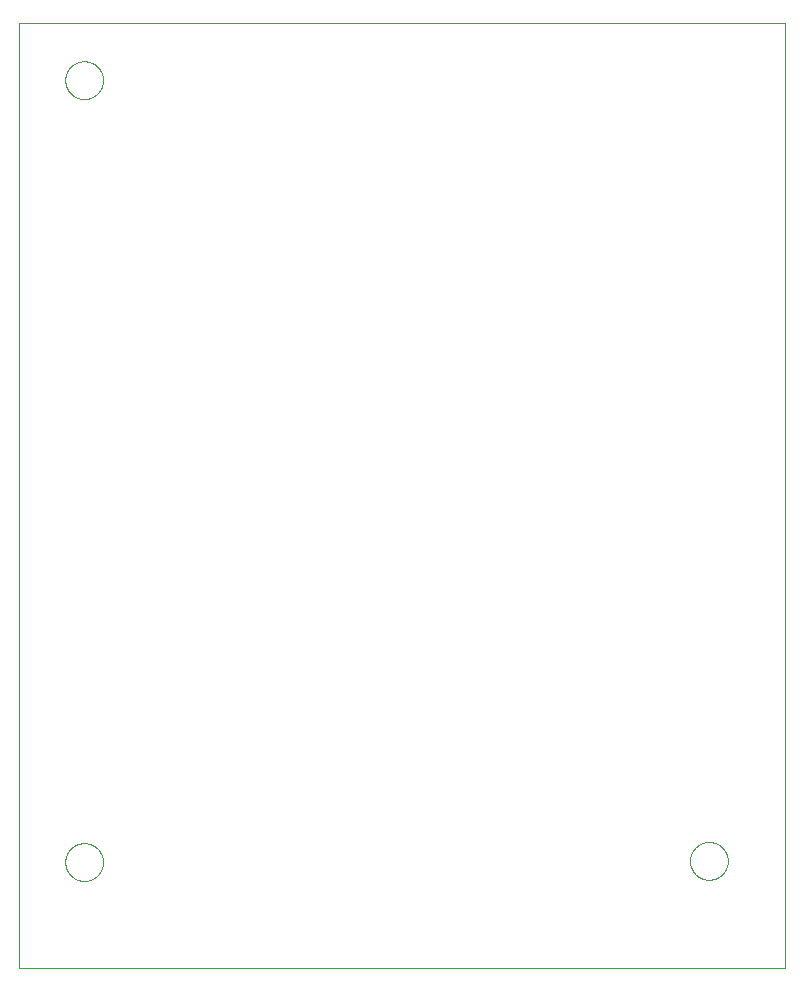
<source format=gbr>
G75*
%MOIN*%
%OFA0B0*%
%FSLAX25Y25*%
%IPPOS*%
%LPD*%
%AMOC8*
5,1,8,0,0,1.08239X$1,22.5*
%
%ADD10C,0.00000*%
D10*
X0045321Y0001000D02*
X0045321Y0315961D01*
X0300557Y0315961D01*
X0300557Y0001000D01*
X0045321Y0001000D01*
X0060676Y0036433D02*
X0060678Y0036591D01*
X0060684Y0036749D01*
X0060694Y0036907D01*
X0060708Y0037065D01*
X0060726Y0037222D01*
X0060747Y0037379D01*
X0060773Y0037535D01*
X0060803Y0037691D01*
X0060836Y0037846D01*
X0060874Y0037999D01*
X0060915Y0038152D01*
X0060960Y0038304D01*
X0061009Y0038455D01*
X0061062Y0038604D01*
X0061118Y0038752D01*
X0061178Y0038898D01*
X0061242Y0039043D01*
X0061310Y0039186D01*
X0061381Y0039328D01*
X0061455Y0039468D01*
X0061533Y0039605D01*
X0061615Y0039741D01*
X0061699Y0039875D01*
X0061788Y0040006D01*
X0061879Y0040135D01*
X0061974Y0040262D01*
X0062071Y0040387D01*
X0062172Y0040509D01*
X0062276Y0040628D01*
X0062383Y0040745D01*
X0062493Y0040859D01*
X0062606Y0040970D01*
X0062721Y0041079D01*
X0062839Y0041184D01*
X0062960Y0041286D01*
X0063083Y0041386D01*
X0063209Y0041482D01*
X0063337Y0041575D01*
X0063467Y0041665D01*
X0063600Y0041751D01*
X0063735Y0041835D01*
X0063871Y0041914D01*
X0064010Y0041991D01*
X0064151Y0042063D01*
X0064293Y0042133D01*
X0064437Y0042198D01*
X0064583Y0042260D01*
X0064730Y0042318D01*
X0064879Y0042373D01*
X0065029Y0042424D01*
X0065180Y0042471D01*
X0065332Y0042514D01*
X0065485Y0042553D01*
X0065640Y0042589D01*
X0065795Y0042620D01*
X0065951Y0042648D01*
X0066107Y0042672D01*
X0066264Y0042692D01*
X0066422Y0042708D01*
X0066579Y0042720D01*
X0066738Y0042728D01*
X0066896Y0042732D01*
X0067054Y0042732D01*
X0067212Y0042728D01*
X0067371Y0042720D01*
X0067528Y0042708D01*
X0067686Y0042692D01*
X0067843Y0042672D01*
X0067999Y0042648D01*
X0068155Y0042620D01*
X0068310Y0042589D01*
X0068465Y0042553D01*
X0068618Y0042514D01*
X0068770Y0042471D01*
X0068921Y0042424D01*
X0069071Y0042373D01*
X0069220Y0042318D01*
X0069367Y0042260D01*
X0069513Y0042198D01*
X0069657Y0042133D01*
X0069799Y0042063D01*
X0069940Y0041991D01*
X0070079Y0041914D01*
X0070215Y0041835D01*
X0070350Y0041751D01*
X0070483Y0041665D01*
X0070613Y0041575D01*
X0070741Y0041482D01*
X0070867Y0041386D01*
X0070990Y0041286D01*
X0071111Y0041184D01*
X0071229Y0041079D01*
X0071344Y0040970D01*
X0071457Y0040859D01*
X0071567Y0040745D01*
X0071674Y0040628D01*
X0071778Y0040509D01*
X0071879Y0040387D01*
X0071976Y0040262D01*
X0072071Y0040135D01*
X0072162Y0040006D01*
X0072251Y0039875D01*
X0072335Y0039741D01*
X0072417Y0039605D01*
X0072495Y0039468D01*
X0072569Y0039328D01*
X0072640Y0039186D01*
X0072708Y0039043D01*
X0072772Y0038898D01*
X0072832Y0038752D01*
X0072888Y0038604D01*
X0072941Y0038455D01*
X0072990Y0038304D01*
X0073035Y0038152D01*
X0073076Y0037999D01*
X0073114Y0037846D01*
X0073147Y0037691D01*
X0073177Y0037535D01*
X0073203Y0037379D01*
X0073224Y0037222D01*
X0073242Y0037065D01*
X0073256Y0036907D01*
X0073266Y0036749D01*
X0073272Y0036591D01*
X0073274Y0036433D01*
X0073272Y0036275D01*
X0073266Y0036117D01*
X0073256Y0035959D01*
X0073242Y0035801D01*
X0073224Y0035644D01*
X0073203Y0035487D01*
X0073177Y0035331D01*
X0073147Y0035175D01*
X0073114Y0035020D01*
X0073076Y0034867D01*
X0073035Y0034714D01*
X0072990Y0034562D01*
X0072941Y0034411D01*
X0072888Y0034262D01*
X0072832Y0034114D01*
X0072772Y0033968D01*
X0072708Y0033823D01*
X0072640Y0033680D01*
X0072569Y0033538D01*
X0072495Y0033398D01*
X0072417Y0033261D01*
X0072335Y0033125D01*
X0072251Y0032991D01*
X0072162Y0032860D01*
X0072071Y0032731D01*
X0071976Y0032604D01*
X0071879Y0032479D01*
X0071778Y0032357D01*
X0071674Y0032238D01*
X0071567Y0032121D01*
X0071457Y0032007D01*
X0071344Y0031896D01*
X0071229Y0031787D01*
X0071111Y0031682D01*
X0070990Y0031580D01*
X0070867Y0031480D01*
X0070741Y0031384D01*
X0070613Y0031291D01*
X0070483Y0031201D01*
X0070350Y0031115D01*
X0070215Y0031031D01*
X0070079Y0030952D01*
X0069940Y0030875D01*
X0069799Y0030803D01*
X0069657Y0030733D01*
X0069513Y0030668D01*
X0069367Y0030606D01*
X0069220Y0030548D01*
X0069071Y0030493D01*
X0068921Y0030442D01*
X0068770Y0030395D01*
X0068618Y0030352D01*
X0068465Y0030313D01*
X0068310Y0030277D01*
X0068155Y0030246D01*
X0067999Y0030218D01*
X0067843Y0030194D01*
X0067686Y0030174D01*
X0067528Y0030158D01*
X0067371Y0030146D01*
X0067212Y0030138D01*
X0067054Y0030134D01*
X0066896Y0030134D01*
X0066738Y0030138D01*
X0066579Y0030146D01*
X0066422Y0030158D01*
X0066264Y0030174D01*
X0066107Y0030194D01*
X0065951Y0030218D01*
X0065795Y0030246D01*
X0065640Y0030277D01*
X0065485Y0030313D01*
X0065332Y0030352D01*
X0065180Y0030395D01*
X0065029Y0030442D01*
X0064879Y0030493D01*
X0064730Y0030548D01*
X0064583Y0030606D01*
X0064437Y0030668D01*
X0064293Y0030733D01*
X0064151Y0030803D01*
X0064010Y0030875D01*
X0063871Y0030952D01*
X0063735Y0031031D01*
X0063600Y0031115D01*
X0063467Y0031201D01*
X0063337Y0031291D01*
X0063209Y0031384D01*
X0063083Y0031480D01*
X0062960Y0031580D01*
X0062839Y0031682D01*
X0062721Y0031787D01*
X0062606Y0031896D01*
X0062493Y0032007D01*
X0062383Y0032121D01*
X0062276Y0032238D01*
X0062172Y0032357D01*
X0062071Y0032479D01*
X0061974Y0032604D01*
X0061879Y0032731D01*
X0061788Y0032860D01*
X0061699Y0032991D01*
X0061615Y0033125D01*
X0061533Y0033261D01*
X0061455Y0033398D01*
X0061381Y0033538D01*
X0061310Y0033680D01*
X0061242Y0033823D01*
X0061178Y0033968D01*
X0061118Y0034114D01*
X0061062Y0034262D01*
X0061009Y0034411D01*
X0060960Y0034562D01*
X0060915Y0034714D01*
X0060874Y0034867D01*
X0060836Y0035020D01*
X0060803Y0035175D01*
X0060773Y0035331D01*
X0060747Y0035487D01*
X0060726Y0035644D01*
X0060708Y0035801D01*
X0060694Y0035959D01*
X0060684Y0036117D01*
X0060678Y0036275D01*
X0060676Y0036433D01*
X0268943Y0036827D02*
X0268945Y0036985D01*
X0268951Y0037143D01*
X0268961Y0037301D01*
X0268975Y0037459D01*
X0268993Y0037616D01*
X0269014Y0037773D01*
X0269040Y0037929D01*
X0269070Y0038085D01*
X0269103Y0038240D01*
X0269141Y0038393D01*
X0269182Y0038546D01*
X0269227Y0038698D01*
X0269276Y0038849D01*
X0269329Y0038998D01*
X0269385Y0039146D01*
X0269445Y0039292D01*
X0269509Y0039437D01*
X0269577Y0039580D01*
X0269648Y0039722D01*
X0269722Y0039862D01*
X0269800Y0039999D01*
X0269882Y0040135D01*
X0269966Y0040269D01*
X0270055Y0040400D01*
X0270146Y0040529D01*
X0270241Y0040656D01*
X0270338Y0040781D01*
X0270439Y0040903D01*
X0270543Y0041022D01*
X0270650Y0041139D01*
X0270760Y0041253D01*
X0270873Y0041364D01*
X0270988Y0041473D01*
X0271106Y0041578D01*
X0271227Y0041680D01*
X0271350Y0041780D01*
X0271476Y0041876D01*
X0271604Y0041969D01*
X0271734Y0042059D01*
X0271867Y0042145D01*
X0272002Y0042229D01*
X0272138Y0042308D01*
X0272277Y0042385D01*
X0272418Y0042457D01*
X0272560Y0042527D01*
X0272704Y0042592D01*
X0272850Y0042654D01*
X0272997Y0042712D01*
X0273146Y0042767D01*
X0273296Y0042818D01*
X0273447Y0042865D01*
X0273599Y0042908D01*
X0273752Y0042947D01*
X0273907Y0042983D01*
X0274062Y0043014D01*
X0274218Y0043042D01*
X0274374Y0043066D01*
X0274531Y0043086D01*
X0274689Y0043102D01*
X0274846Y0043114D01*
X0275005Y0043122D01*
X0275163Y0043126D01*
X0275321Y0043126D01*
X0275479Y0043122D01*
X0275638Y0043114D01*
X0275795Y0043102D01*
X0275953Y0043086D01*
X0276110Y0043066D01*
X0276266Y0043042D01*
X0276422Y0043014D01*
X0276577Y0042983D01*
X0276732Y0042947D01*
X0276885Y0042908D01*
X0277037Y0042865D01*
X0277188Y0042818D01*
X0277338Y0042767D01*
X0277487Y0042712D01*
X0277634Y0042654D01*
X0277780Y0042592D01*
X0277924Y0042527D01*
X0278066Y0042457D01*
X0278207Y0042385D01*
X0278346Y0042308D01*
X0278482Y0042229D01*
X0278617Y0042145D01*
X0278750Y0042059D01*
X0278880Y0041969D01*
X0279008Y0041876D01*
X0279134Y0041780D01*
X0279257Y0041680D01*
X0279378Y0041578D01*
X0279496Y0041473D01*
X0279611Y0041364D01*
X0279724Y0041253D01*
X0279834Y0041139D01*
X0279941Y0041022D01*
X0280045Y0040903D01*
X0280146Y0040781D01*
X0280243Y0040656D01*
X0280338Y0040529D01*
X0280429Y0040400D01*
X0280518Y0040269D01*
X0280602Y0040135D01*
X0280684Y0039999D01*
X0280762Y0039862D01*
X0280836Y0039722D01*
X0280907Y0039580D01*
X0280975Y0039437D01*
X0281039Y0039292D01*
X0281099Y0039146D01*
X0281155Y0038998D01*
X0281208Y0038849D01*
X0281257Y0038698D01*
X0281302Y0038546D01*
X0281343Y0038393D01*
X0281381Y0038240D01*
X0281414Y0038085D01*
X0281444Y0037929D01*
X0281470Y0037773D01*
X0281491Y0037616D01*
X0281509Y0037459D01*
X0281523Y0037301D01*
X0281533Y0037143D01*
X0281539Y0036985D01*
X0281541Y0036827D01*
X0281539Y0036669D01*
X0281533Y0036511D01*
X0281523Y0036353D01*
X0281509Y0036195D01*
X0281491Y0036038D01*
X0281470Y0035881D01*
X0281444Y0035725D01*
X0281414Y0035569D01*
X0281381Y0035414D01*
X0281343Y0035261D01*
X0281302Y0035108D01*
X0281257Y0034956D01*
X0281208Y0034805D01*
X0281155Y0034656D01*
X0281099Y0034508D01*
X0281039Y0034362D01*
X0280975Y0034217D01*
X0280907Y0034074D01*
X0280836Y0033932D01*
X0280762Y0033792D01*
X0280684Y0033655D01*
X0280602Y0033519D01*
X0280518Y0033385D01*
X0280429Y0033254D01*
X0280338Y0033125D01*
X0280243Y0032998D01*
X0280146Y0032873D01*
X0280045Y0032751D01*
X0279941Y0032632D01*
X0279834Y0032515D01*
X0279724Y0032401D01*
X0279611Y0032290D01*
X0279496Y0032181D01*
X0279378Y0032076D01*
X0279257Y0031974D01*
X0279134Y0031874D01*
X0279008Y0031778D01*
X0278880Y0031685D01*
X0278750Y0031595D01*
X0278617Y0031509D01*
X0278482Y0031425D01*
X0278346Y0031346D01*
X0278207Y0031269D01*
X0278066Y0031197D01*
X0277924Y0031127D01*
X0277780Y0031062D01*
X0277634Y0031000D01*
X0277487Y0030942D01*
X0277338Y0030887D01*
X0277188Y0030836D01*
X0277037Y0030789D01*
X0276885Y0030746D01*
X0276732Y0030707D01*
X0276577Y0030671D01*
X0276422Y0030640D01*
X0276266Y0030612D01*
X0276110Y0030588D01*
X0275953Y0030568D01*
X0275795Y0030552D01*
X0275638Y0030540D01*
X0275479Y0030532D01*
X0275321Y0030528D01*
X0275163Y0030528D01*
X0275005Y0030532D01*
X0274846Y0030540D01*
X0274689Y0030552D01*
X0274531Y0030568D01*
X0274374Y0030588D01*
X0274218Y0030612D01*
X0274062Y0030640D01*
X0273907Y0030671D01*
X0273752Y0030707D01*
X0273599Y0030746D01*
X0273447Y0030789D01*
X0273296Y0030836D01*
X0273146Y0030887D01*
X0272997Y0030942D01*
X0272850Y0031000D01*
X0272704Y0031062D01*
X0272560Y0031127D01*
X0272418Y0031197D01*
X0272277Y0031269D01*
X0272138Y0031346D01*
X0272002Y0031425D01*
X0271867Y0031509D01*
X0271734Y0031595D01*
X0271604Y0031685D01*
X0271476Y0031778D01*
X0271350Y0031874D01*
X0271227Y0031974D01*
X0271106Y0032076D01*
X0270988Y0032181D01*
X0270873Y0032290D01*
X0270760Y0032401D01*
X0270650Y0032515D01*
X0270543Y0032632D01*
X0270439Y0032751D01*
X0270338Y0032873D01*
X0270241Y0032998D01*
X0270146Y0033125D01*
X0270055Y0033254D01*
X0269966Y0033385D01*
X0269882Y0033519D01*
X0269800Y0033655D01*
X0269722Y0033792D01*
X0269648Y0033932D01*
X0269577Y0034074D01*
X0269509Y0034217D01*
X0269445Y0034362D01*
X0269385Y0034508D01*
X0269329Y0034656D01*
X0269276Y0034805D01*
X0269227Y0034956D01*
X0269182Y0035108D01*
X0269141Y0035261D01*
X0269103Y0035414D01*
X0269070Y0035569D01*
X0269040Y0035725D01*
X0269014Y0035881D01*
X0268993Y0036038D01*
X0268975Y0036195D01*
X0268961Y0036353D01*
X0268951Y0036511D01*
X0268945Y0036669D01*
X0268943Y0036827D01*
X0060676Y0297063D02*
X0060678Y0297221D01*
X0060684Y0297379D01*
X0060694Y0297537D01*
X0060708Y0297695D01*
X0060726Y0297852D01*
X0060747Y0298009D01*
X0060773Y0298165D01*
X0060803Y0298321D01*
X0060836Y0298476D01*
X0060874Y0298629D01*
X0060915Y0298782D01*
X0060960Y0298934D01*
X0061009Y0299085D01*
X0061062Y0299234D01*
X0061118Y0299382D01*
X0061178Y0299528D01*
X0061242Y0299673D01*
X0061310Y0299816D01*
X0061381Y0299958D01*
X0061455Y0300098D01*
X0061533Y0300235D01*
X0061615Y0300371D01*
X0061699Y0300505D01*
X0061788Y0300636D01*
X0061879Y0300765D01*
X0061974Y0300892D01*
X0062071Y0301017D01*
X0062172Y0301139D01*
X0062276Y0301258D01*
X0062383Y0301375D01*
X0062493Y0301489D01*
X0062606Y0301600D01*
X0062721Y0301709D01*
X0062839Y0301814D01*
X0062960Y0301916D01*
X0063083Y0302016D01*
X0063209Y0302112D01*
X0063337Y0302205D01*
X0063467Y0302295D01*
X0063600Y0302381D01*
X0063735Y0302465D01*
X0063871Y0302544D01*
X0064010Y0302621D01*
X0064151Y0302693D01*
X0064293Y0302763D01*
X0064437Y0302828D01*
X0064583Y0302890D01*
X0064730Y0302948D01*
X0064879Y0303003D01*
X0065029Y0303054D01*
X0065180Y0303101D01*
X0065332Y0303144D01*
X0065485Y0303183D01*
X0065640Y0303219D01*
X0065795Y0303250D01*
X0065951Y0303278D01*
X0066107Y0303302D01*
X0066264Y0303322D01*
X0066422Y0303338D01*
X0066579Y0303350D01*
X0066738Y0303358D01*
X0066896Y0303362D01*
X0067054Y0303362D01*
X0067212Y0303358D01*
X0067371Y0303350D01*
X0067528Y0303338D01*
X0067686Y0303322D01*
X0067843Y0303302D01*
X0067999Y0303278D01*
X0068155Y0303250D01*
X0068310Y0303219D01*
X0068465Y0303183D01*
X0068618Y0303144D01*
X0068770Y0303101D01*
X0068921Y0303054D01*
X0069071Y0303003D01*
X0069220Y0302948D01*
X0069367Y0302890D01*
X0069513Y0302828D01*
X0069657Y0302763D01*
X0069799Y0302693D01*
X0069940Y0302621D01*
X0070079Y0302544D01*
X0070215Y0302465D01*
X0070350Y0302381D01*
X0070483Y0302295D01*
X0070613Y0302205D01*
X0070741Y0302112D01*
X0070867Y0302016D01*
X0070990Y0301916D01*
X0071111Y0301814D01*
X0071229Y0301709D01*
X0071344Y0301600D01*
X0071457Y0301489D01*
X0071567Y0301375D01*
X0071674Y0301258D01*
X0071778Y0301139D01*
X0071879Y0301017D01*
X0071976Y0300892D01*
X0072071Y0300765D01*
X0072162Y0300636D01*
X0072251Y0300505D01*
X0072335Y0300371D01*
X0072417Y0300235D01*
X0072495Y0300098D01*
X0072569Y0299958D01*
X0072640Y0299816D01*
X0072708Y0299673D01*
X0072772Y0299528D01*
X0072832Y0299382D01*
X0072888Y0299234D01*
X0072941Y0299085D01*
X0072990Y0298934D01*
X0073035Y0298782D01*
X0073076Y0298629D01*
X0073114Y0298476D01*
X0073147Y0298321D01*
X0073177Y0298165D01*
X0073203Y0298009D01*
X0073224Y0297852D01*
X0073242Y0297695D01*
X0073256Y0297537D01*
X0073266Y0297379D01*
X0073272Y0297221D01*
X0073274Y0297063D01*
X0073272Y0296905D01*
X0073266Y0296747D01*
X0073256Y0296589D01*
X0073242Y0296431D01*
X0073224Y0296274D01*
X0073203Y0296117D01*
X0073177Y0295961D01*
X0073147Y0295805D01*
X0073114Y0295650D01*
X0073076Y0295497D01*
X0073035Y0295344D01*
X0072990Y0295192D01*
X0072941Y0295041D01*
X0072888Y0294892D01*
X0072832Y0294744D01*
X0072772Y0294598D01*
X0072708Y0294453D01*
X0072640Y0294310D01*
X0072569Y0294168D01*
X0072495Y0294028D01*
X0072417Y0293891D01*
X0072335Y0293755D01*
X0072251Y0293621D01*
X0072162Y0293490D01*
X0072071Y0293361D01*
X0071976Y0293234D01*
X0071879Y0293109D01*
X0071778Y0292987D01*
X0071674Y0292868D01*
X0071567Y0292751D01*
X0071457Y0292637D01*
X0071344Y0292526D01*
X0071229Y0292417D01*
X0071111Y0292312D01*
X0070990Y0292210D01*
X0070867Y0292110D01*
X0070741Y0292014D01*
X0070613Y0291921D01*
X0070483Y0291831D01*
X0070350Y0291745D01*
X0070215Y0291661D01*
X0070079Y0291582D01*
X0069940Y0291505D01*
X0069799Y0291433D01*
X0069657Y0291363D01*
X0069513Y0291298D01*
X0069367Y0291236D01*
X0069220Y0291178D01*
X0069071Y0291123D01*
X0068921Y0291072D01*
X0068770Y0291025D01*
X0068618Y0290982D01*
X0068465Y0290943D01*
X0068310Y0290907D01*
X0068155Y0290876D01*
X0067999Y0290848D01*
X0067843Y0290824D01*
X0067686Y0290804D01*
X0067528Y0290788D01*
X0067371Y0290776D01*
X0067212Y0290768D01*
X0067054Y0290764D01*
X0066896Y0290764D01*
X0066738Y0290768D01*
X0066579Y0290776D01*
X0066422Y0290788D01*
X0066264Y0290804D01*
X0066107Y0290824D01*
X0065951Y0290848D01*
X0065795Y0290876D01*
X0065640Y0290907D01*
X0065485Y0290943D01*
X0065332Y0290982D01*
X0065180Y0291025D01*
X0065029Y0291072D01*
X0064879Y0291123D01*
X0064730Y0291178D01*
X0064583Y0291236D01*
X0064437Y0291298D01*
X0064293Y0291363D01*
X0064151Y0291433D01*
X0064010Y0291505D01*
X0063871Y0291582D01*
X0063735Y0291661D01*
X0063600Y0291745D01*
X0063467Y0291831D01*
X0063337Y0291921D01*
X0063209Y0292014D01*
X0063083Y0292110D01*
X0062960Y0292210D01*
X0062839Y0292312D01*
X0062721Y0292417D01*
X0062606Y0292526D01*
X0062493Y0292637D01*
X0062383Y0292751D01*
X0062276Y0292868D01*
X0062172Y0292987D01*
X0062071Y0293109D01*
X0061974Y0293234D01*
X0061879Y0293361D01*
X0061788Y0293490D01*
X0061699Y0293621D01*
X0061615Y0293755D01*
X0061533Y0293891D01*
X0061455Y0294028D01*
X0061381Y0294168D01*
X0061310Y0294310D01*
X0061242Y0294453D01*
X0061178Y0294598D01*
X0061118Y0294744D01*
X0061062Y0294892D01*
X0061009Y0295041D01*
X0060960Y0295192D01*
X0060915Y0295344D01*
X0060874Y0295497D01*
X0060836Y0295650D01*
X0060803Y0295805D01*
X0060773Y0295961D01*
X0060747Y0296117D01*
X0060726Y0296274D01*
X0060708Y0296431D01*
X0060694Y0296589D01*
X0060684Y0296747D01*
X0060678Y0296905D01*
X0060676Y0297063D01*
M02*

</source>
